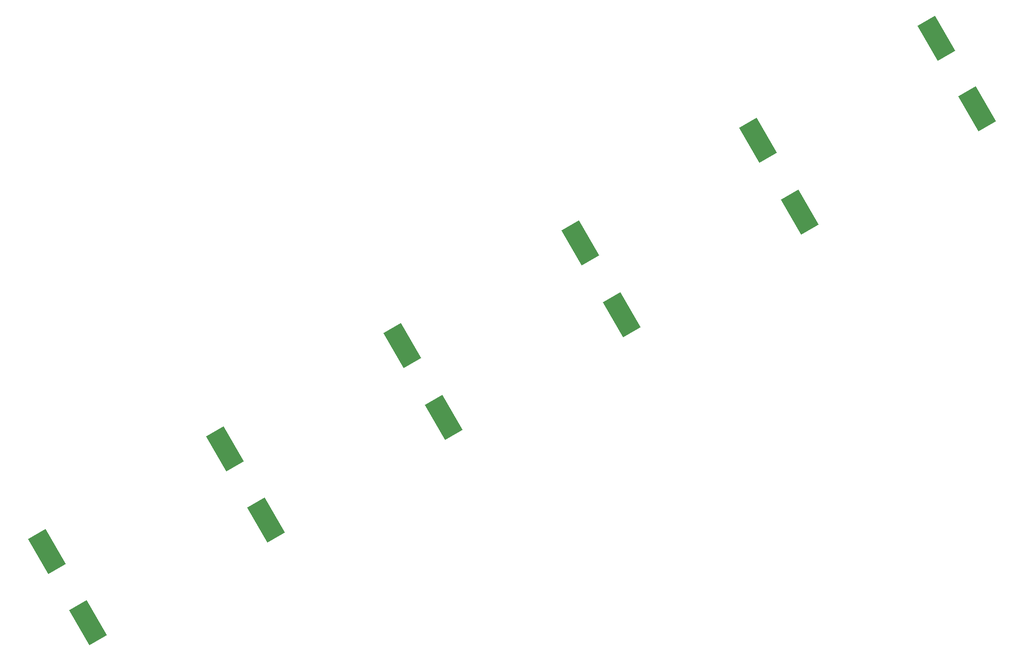
<source format=gtp>
G04 #@! TF.GenerationSoftware,KiCad,Pcbnew,7.0.2-0*
G04 #@! TF.CreationDate,2024-01-28T20:09:11-06:00*
G04 #@! TF.ProjectId,bus_bar,6275735f-6261-4722-9e6b-696361645f70,rev?*
G04 #@! TF.SameCoordinates,Original*
G04 #@! TF.FileFunction,Paste,Top*
G04 #@! TF.FilePolarity,Positive*
%FSLAX46Y46*%
G04 Gerber Fmt 4.6, Leading zero omitted, Abs format (unit mm)*
G04 Created by KiCad (PCBNEW 7.0.2-0) date 2024-01-28 20:09:11*
%MOMM*%
%LPD*%
G01*
G04 APERTURE LIST*
G04 Aperture macros list*
%AMRotRect*
0 Rectangle, with rotation*
0 The origin of the aperture is its center*
0 $1 length*
0 $2 width*
0 $3 Rotation angle, in degrees counterclockwise*
0 Add horizontal line*
21,1,$1,$2,0,0,$3*%
G04 Aperture macros list end*
%ADD10RotRect,5.000000X10.000000X30.000000*%
G04 APERTURE END LIST*
D10*
X243991385Y-40731182D03*
X199892294Y-65949316D03*
X254046384Y-58146953D03*
X210157295Y-83728820D03*
X166163205Y-109128818D03*
X122169114Y-134528817D03*
X78175023Y-159928818D03*
X34180934Y-185328819D03*
X155898205Y-91349317D03*
X111904115Y-116749316D03*
X68015024Y-142331182D03*
X24020932Y-167731182D03*
M02*

</source>
